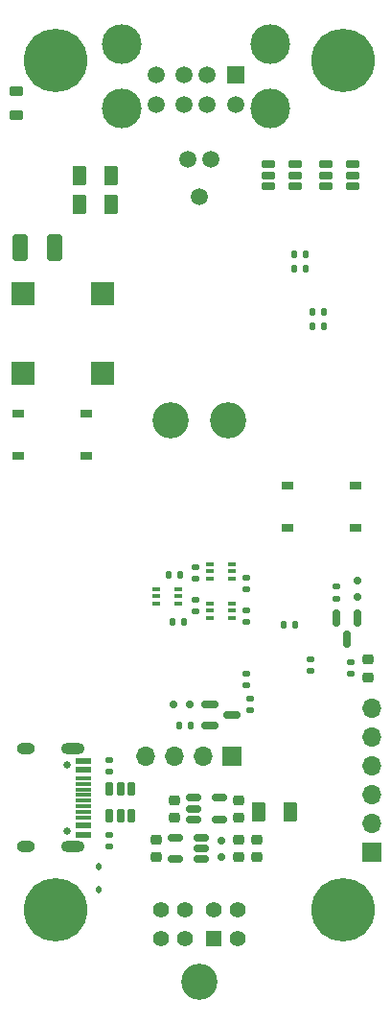
<source format=gbr>
%TF.GenerationSoftware,KiCad,Pcbnew,7.0.9*%
%TF.CreationDate,2024-03-02T17:11:19+08:00*%
%TF.ProjectId,usb3sun,75736233-7375-46e2-9e6b-696361645f70,B0*%
%TF.SameCoordinates,Original*%
%TF.FileFunction,Soldermask,Top*%
%TF.FilePolarity,Negative*%
%FSLAX46Y46*%
G04 Gerber Fmt 4.6, Leading zero omitted, Abs format (unit mm)*
G04 Created by KiCad (PCBNEW 7.0.9) date 2024-03-02 17:11:19*
%MOMM*%
%LPD*%
G01*
G04 APERTURE LIST*
G04 Aperture macros list*
%AMRoundRect*
0 Rectangle with rounded corners*
0 $1 Rounding radius*
0 $2 $3 $4 $5 $6 $7 $8 $9 X,Y pos of 4 corners*
0 Add a 4 corners polygon primitive as box body*
4,1,4,$2,$3,$4,$5,$6,$7,$8,$9,$2,$3,0*
0 Add four circle primitives for the rounded corners*
1,1,$1+$1,$2,$3*
1,1,$1+$1,$4,$5*
1,1,$1+$1,$6,$7*
1,1,$1+$1,$8,$9*
0 Add four rect primitives between the rounded corners*
20,1,$1+$1,$2,$3,$4,$5,0*
20,1,$1+$1,$4,$5,$6,$7,0*
20,1,$1+$1,$6,$7,$8,$9,0*
20,1,$1+$1,$8,$9,$2,$3,0*%
G04 Aperture macros list end*
%ADD10RoundRect,0.135000X-0.185000X0.135000X-0.185000X-0.135000X0.185000X-0.135000X0.185000X0.135000X0*%
%ADD11RoundRect,0.150000X0.512500X0.150000X-0.512500X0.150000X-0.512500X-0.150000X0.512500X-0.150000X0*%
%ADD12RoundRect,0.218750X-0.381250X0.218750X-0.381250X-0.218750X0.381250X-0.218750X0.381250X0.218750X0*%
%ADD13RoundRect,0.250000X0.412500X0.925000X-0.412500X0.925000X-0.412500X-0.925000X0.412500X-0.925000X0*%
%ADD14R,1.408000X1.408000*%
%ADD15C,1.408000*%
%ADD16C,3.200000*%
%ADD17RoundRect,0.135000X0.185000X-0.135000X0.185000X0.135000X-0.185000X0.135000X-0.185000X-0.135000X0*%
%ADD18RoundRect,0.150000X-0.512500X-0.150000X0.512500X-0.150000X0.512500X0.150000X-0.512500X0.150000X0*%
%ADD19R,1.500000X1.500000*%
%ADD20C,1.500000*%
%ADD21C,3.500000*%
%ADD22RoundRect,0.150000X0.475000X0.150000X-0.475000X0.150000X-0.475000X-0.150000X0.475000X-0.150000X0*%
%ADD23RoundRect,0.250000X0.375000X0.625000X-0.375000X0.625000X-0.375000X-0.625000X0.375000X-0.625000X0*%
%ADD24RoundRect,0.150000X-0.150000X0.475000X-0.150000X-0.475000X0.150000X-0.475000X0.150000X0.475000X0*%
%ADD25RoundRect,0.218750X-0.256250X0.218750X-0.256250X-0.218750X0.256250X-0.218750X0.256250X0.218750X0*%
%ADD26R,1.700000X1.700000*%
%ADD27O,1.700000X1.700000*%
%ADD28RoundRect,0.225000X0.250000X-0.225000X0.250000X0.225000X-0.250000X0.225000X-0.250000X-0.225000X0*%
%ADD29RoundRect,0.150000X-0.200000X0.150000X-0.200000X-0.150000X0.200000X-0.150000X0.200000X0.150000X0*%
%ADD30R,0.650000X0.400000*%
%ADD31RoundRect,0.135000X-0.135000X-0.185000X0.135000X-0.185000X0.135000X0.185000X-0.135000X0.185000X0*%
%ADD32RoundRect,0.250000X-0.375000X-0.625000X0.375000X-0.625000X0.375000X0.625000X-0.375000X0.625000X0*%
%ADD33C,0.650000*%
%ADD34R,1.450000X0.600000*%
%ADD35R,1.450000X0.300000*%
%ADD36O,2.100000X1.000000*%
%ADD37O,1.600000X1.000000*%
%ADD38RoundRect,0.112500X0.112500X-0.187500X0.112500X0.187500X-0.112500X0.187500X-0.112500X-0.187500X0*%
%ADD39RoundRect,0.135000X0.135000X0.185000X-0.135000X0.185000X-0.135000X-0.185000X0.135000X-0.185000X0*%
%ADD40RoundRect,0.150000X-0.587500X-0.150000X0.587500X-0.150000X0.587500X0.150000X-0.587500X0.150000X0*%
%ADD41R,2.000000X2.000000*%
%ADD42RoundRect,0.150000X-0.150000X-0.200000X0.150000X-0.200000X0.150000X0.200000X-0.150000X0.200000X0*%
%ADD43RoundRect,0.225000X-0.250000X0.225000X-0.250000X-0.225000X0.250000X-0.225000X0.250000X0.225000X0*%
%ADD44RoundRect,0.150000X-0.475000X-0.150000X0.475000X-0.150000X0.475000X0.150000X-0.475000X0.150000X0*%
%ADD45RoundRect,0.150000X-0.150000X0.587500X-0.150000X-0.587500X0.150000X-0.587500X0.150000X0.587500X0*%
%ADD46R,1.000000X0.750000*%
%ADD47C,3.600000*%
%ADD48C,5.600000*%
G04 APERTURE END LIST*
D10*
%TO.C,R15*%
X70802500Y-107757500D03*
X70802500Y-108777500D03*
%TD*%
D11*
%TO.C,U4*%
X78925000Y-109852500D03*
X78925000Y-108902500D03*
X78925000Y-107952500D03*
X76650000Y-107952500D03*
X76650000Y-109852500D03*
%TD*%
D12*
%TO.C,FB1*%
X62547500Y-42117500D03*
X62547500Y-44242500D03*
%TD*%
D13*
%TO.C,C5*%
X65990000Y-55880000D03*
X62915000Y-55880000D03*
%TD*%
D14*
%TO.C,J2*%
X80040000Y-116850000D03*
D15*
X77440000Y-116850000D03*
X82140000Y-116850000D03*
X80040000Y-114350000D03*
X75340000Y-116850000D03*
X82140000Y-114350000D03*
X77440000Y-114350000D03*
X75340000Y-114350000D03*
D16*
X78740000Y-120650000D03*
%TD*%
D17*
%TO.C,R19*%
X82867499Y-86040000D03*
X82867499Y-85020000D03*
%TD*%
D18*
%TO.C,U3*%
X78237500Y-104460000D03*
X78237500Y-105410000D03*
X78237500Y-106360000D03*
X80512500Y-106360000D03*
X80512500Y-104460000D03*
%TD*%
D10*
%TO.C,R3*%
X82867498Y-87880001D03*
X82867498Y-88900001D03*
%TD*%
D19*
%TO.C,J1*%
X81915000Y-40640000D03*
D20*
X79415000Y-40640000D03*
X77415000Y-40640000D03*
X74915000Y-40640000D03*
X81915000Y-43260000D03*
X79415000Y-43260000D03*
X77415000Y-43260000D03*
X74915000Y-43260000D03*
D21*
X84985000Y-37930000D03*
X71845000Y-37930000D03*
X84985000Y-43610000D03*
X71845000Y-43610000D03*
%TD*%
D22*
%TO.C,U6*%
X87217500Y-50480000D03*
X87217500Y-49530000D03*
X87217500Y-48580000D03*
X84867500Y-48580000D03*
X84867500Y-49530000D03*
X84867500Y-50480000D03*
%TD*%
D23*
%TO.C,F2*%
X70932500Y-52070000D03*
X68132500Y-52070000D03*
%TD*%
D24*
%TO.C,U7*%
X72705000Y-103695000D03*
X71755000Y-103695000D03*
X70805000Y-103695000D03*
X70805000Y-106045000D03*
X71755000Y-106045000D03*
X72705000Y-106045000D03*
%TD*%
D25*
%TO.C,D3*%
X83820000Y-108115000D03*
X83820000Y-109690000D03*
%TD*%
D26*
%TO.C,J3*%
X93980000Y-109220000D03*
D27*
X93980000Y-106680000D03*
X93980000Y-104140000D03*
X93980000Y-101600000D03*
X93980000Y-99060000D03*
X93980000Y-96520000D03*
%TD*%
D17*
%TO.C,R16*%
X92075000Y-93537500D03*
X92075000Y-92517500D03*
%TD*%
D28*
%TO.C,C3*%
X82232500Y-109677500D03*
X82232500Y-108127500D03*
%TD*%
D17*
%TO.C,R2*%
X88582500Y-93220000D03*
X88582500Y-92200000D03*
%TD*%
D29*
%TO.C,D1*%
X80645000Y-109667500D03*
X80645000Y-108267500D03*
%TD*%
D30*
%TO.C,Q7*%
X81595000Y-85105000D03*
X81595000Y-84455000D03*
X81595000Y-83805000D03*
X79695000Y-83805000D03*
X79695000Y-84455000D03*
X79695000Y-85105000D03*
%TD*%
D28*
%TO.C,C4*%
X74930000Y-109677500D03*
X74930000Y-108127500D03*
%TD*%
D31*
%TO.C,R7*%
X76007500Y-84772500D03*
X77027500Y-84772500D03*
%TD*%
D30*
%TO.C,Q1*%
X81595000Y-88597500D03*
X81595000Y-87947500D03*
X81595000Y-87297500D03*
X79695000Y-87297500D03*
X79695000Y-87947500D03*
X79695000Y-88597500D03*
%TD*%
D17*
%TO.C,R14*%
X70802500Y-102110000D03*
X70802500Y-101090000D03*
%TD*%
%TO.C,R6*%
X82867500Y-94490000D03*
X82867500Y-93470000D03*
%TD*%
D32*
%TO.C,F3*%
X84007500Y-105727500D03*
X86807500Y-105727500D03*
%TD*%
D17*
%TO.C,R12*%
X90807500Y-86855000D03*
X90807500Y-85835000D03*
%TD*%
D33*
%TO.C,J4*%
X67052500Y-101567500D03*
X67052500Y-107347500D03*
D34*
X68497500Y-101207500D03*
X68497500Y-102007500D03*
D35*
X68497500Y-103207500D03*
X68497500Y-104207500D03*
X68497500Y-104707500D03*
X68497500Y-105707500D03*
D34*
X68497500Y-106907500D03*
X68497500Y-107707500D03*
X68497500Y-107707500D03*
X68497500Y-106907500D03*
D35*
X68497500Y-106207500D03*
X68497500Y-105207500D03*
X68497500Y-103707500D03*
X68497500Y-102707500D03*
D34*
X68497500Y-102007500D03*
X68497500Y-101207500D03*
D36*
X67582500Y-100137500D03*
D37*
X63402500Y-100137500D03*
D36*
X67582500Y-108777500D03*
D37*
X63402500Y-108777500D03*
%TD*%
D38*
%TO.C,D4*%
X69850000Y-112590000D03*
X69850000Y-110490000D03*
%TD*%
D39*
%TO.C,R5*%
X77345000Y-88900000D03*
X76325000Y-88900000D03*
%TD*%
D16*
%TO.C,H6*%
X81280000Y-71120000D03*
%TD*%
D31*
%TO.C,R4*%
X86167500Y-89217500D03*
X87187500Y-89217500D03*
%TD*%
D30*
%TO.C,Q3*%
X74932500Y-86027500D03*
X74932500Y-86677500D03*
X74932500Y-87327500D03*
X76832500Y-87327500D03*
X76832500Y-86677500D03*
X76832500Y-86027500D03*
%TD*%
D40*
%TO.C,Q6*%
X79707500Y-96205000D03*
X79707500Y-98105000D03*
X81582500Y-97155000D03*
%TD*%
D41*
%TO.C,BZ1*%
X63175000Y-60000000D03*
X63175000Y-67000000D03*
X70175000Y-67000000D03*
X70175000Y-60000000D03*
%TD*%
D42*
%TO.C,D6*%
X77852500Y-96202500D03*
X76452500Y-96202500D03*
%TD*%
D29*
%TO.C,D5*%
X92712500Y-86727500D03*
X92712500Y-85327500D03*
%TD*%
D39*
%TO.C,R10*%
X89727500Y-61595000D03*
X88707500Y-61595000D03*
%TD*%
D43*
%TO.C,C1*%
X76517500Y-104635000D03*
X76517500Y-106185000D03*
%TD*%
D31*
%TO.C,R9*%
X87120000Y-57785000D03*
X88140000Y-57785000D03*
%TD*%
%TO.C,R8*%
X87120000Y-56515000D03*
X88140000Y-56515000D03*
%TD*%
D44*
%TO.C,U5*%
X89947500Y-48580000D03*
X89947500Y-49530000D03*
X89947500Y-50480000D03*
X92297500Y-50480000D03*
X92297500Y-49530000D03*
X92297500Y-48580000D03*
%TD*%
D10*
%TO.C,R17*%
X83185000Y-95692500D03*
X83185000Y-96712500D03*
%TD*%
D39*
%TO.C,R13*%
X77980000Y-98107500D03*
X76960000Y-98107500D03*
%TD*%
D43*
%TO.C,C2*%
X82232501Y-104635000D03*
X82232501Y-106185000D03*
%TD*%
D25*
%TO.C,D2*%
X93662500Y-92240000D03*
X93662500Y-93815000D03*
%TD*%
D26*
%TO.C,U2*%
X81630000Y-100800000D03*
D27*
X79090000Y-100800000D03*
X76550000Y-100800000D03*
X74010000Y-100800000D03*
%TD*%
D45*
%TO.C,Q5*%
X92710000Y-88582500D03*
X90810000Y-88582500D03*
X91760000Y-90457500D03*
%TD*%
D46*
%TO.C,SW2*%
X86535000Y-76865000D03*
X92535000Y-76865000D03*
X86535000Y-80615000D03*
X92535000Y-80615000D03*
%TD*%
D16*
%TO.C,H5*%
X76200000Y-71120000D03*
%TD*%
D46*
%TO.C,SW1*%
X68722500Y-74265000D03*
X62722500Y-74265000D03*
X68722500Y-70515000D03*
X62722500Y-70515000D03*
%TD*%
D39*
%TO.C,R11*%
X89727501Y-62865000D03*
X88707501Y-62865000D03*
%TD*%
D23*
%TO.C,F1*%
X70932500Y-49530000D03*
X68132500Y-49530000D03*
%TD*%
D17*
%TO.C,R18*%
X78422499Y-85155000D03*
X78422499Y-84135000D03*
%TD*%
%TO.C,R1*%
X78422498Y-88027501D03*
X78422498Y-87007501D03*
%TD*%
D47*
%TO.C,H4*%
X91440000Y-39370000D03*
D48*
X91440000Y-39370000D03*
%TD*%
D47*
%TO.C,H3*%
X91440000Y-114300000D03*
D48*
X91440000Y-114300000D03*
%TD*%
D20*
%TO.C,U1*%
X78740000Y-51390000D03*
X77740000Y-48090000D03*
X79740000Y-48090000D03*
%TD*%
D47*
%TO.C,H1*%
X66040000Y-39370000D03*
D48*
X66040000Y-39370000D03*
%TD*%
D47*
%TO.C,H2*%
X66040000Y-114300000D03*
D48*
X66040000Y-114300000D03*
%TD*%
M02*

</source>
